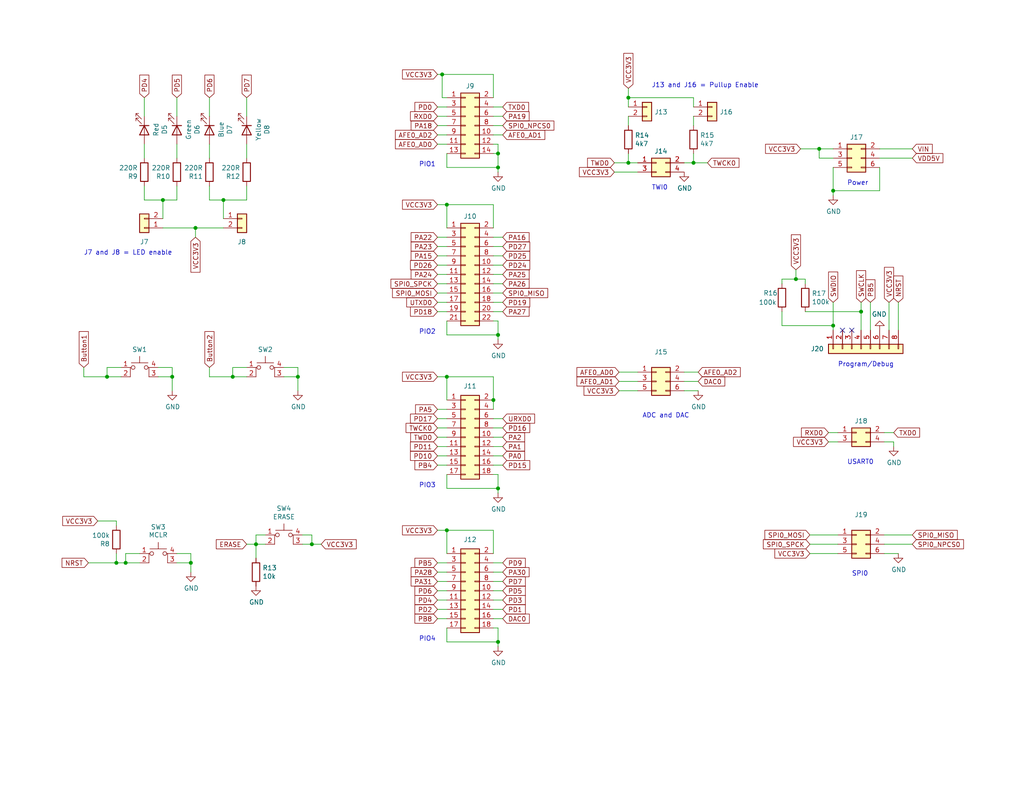
<source format=kicad_sch>
(kicad_sch (version 20211123) (generator eeschema)
  (paper "USLetter")
  (title_block (title "SAMduino") (date "2021-10-22") (rev "1.0") (company "Quantum Embedded Systems"))
  (lib_symbols
    (symbol "Connector_Generic:Conn_01x02" (pin_names (offset 1.016) hide)
      (property "Reference" "J" (at 0 2.54 0))
      (property "Value" "Conn_01x02" (at 0 -5.08 0))
      (symbol "Conn_01x02_1_1"
        (rectangle (start -1.27 -2.413) (end 0 -2.667) (stroke (width 0.1524)))
        (rectangle (start -1.27 0.127) (end 0 -0.127) (stroke (width 0.1524)))
        (rectangle (start -1.27 1.27) (end 1.27 -3.81) (stroke (width 0.254)) (fill (type background)))
        (pin passive line (at -5.08 0 0) (length 3.81) (name "Pin_1") (number "1"))
        (pin passive line (at -5.08 -2.54 0) (length 3.81) (name "Pin_2") (number "2"))
      )
    )
    (symbol "Connector_Generic:Conn_01x08" (pin_names (offset 1.016) hide)
      (property "Reference" "J" (at 0 10.16 0))
      (property "Value" "Conn_01x08" (at 0 -12.7 0))
      (symbol "Conn_01x08_1_1"
        (rectangle (start -1.27 -10.033) (end 0 -10.287) (stroke (width 0.1524)))
        (rectangle (start -1.27 -7.493) (end 0 -7.747) (stroke (width 0.1524)))
        (rectangle (start -1.27 -4.953) (end 0 -5.207) (stroke (width 0.1524)))
        (rectangle (start -1.27 -2.413) (end 0 -2.667) (stroke (width 0.1524)))
        (rectangle (start -1.27 0.127) (end 0 -0.127) (stroke (width 0.1524)))
        (rectangle (start -1.27 2.667) (end 0 2.413) (stroke (width 0.1524)))
        (rectangle (start -1.27 5.207) (end 0 4.953) (stroke (width 0.1524)))
        (rectangle (start -1.27 7.747) (end 0 7.493) (stroke (width 0.1524)))
        (rectangle (start -1.27 8.89) (end 1.27 -11.43) (stroke (width 0.254)) (fill (type background)))
        (pin passive line (at -5.08 7.62 0) (length 3.81) (name "Pin_1") (number "1"))
        (pin passive line (at -5.08 5.08 0) (length 3.81) (name "Pin_2") (number "2"))
        (pin passive line (at -5.08 2.54 0) (length 3.81) (name "Pin_3") (number "3"))
        (pin passive line (at -5.08 0 0) (length 3.81) (name "Pin_4") (number "4"))
        (pin passive line (at -5.08 -2.54 0) (length 3.81) (name "Pin_5") (number "5"))
        (pin passive line (at -5.08 -5.08 0) (length 3.81) (name "Pin_6") (number "6"))
        (pin passive line (at -5.08 -7.62 0) (length 3.81) (name "Pin_7") (number "7"))
        (pin passive line (at -5.08 -10.16 0) (length 3.81) (name "Pin_8") (number "8"))
      )
    )
    (symbol "Connector_Generic:Conn_02x02_Odd_Even" (pin_names (offset 1.016) hide)
      (property "Reference" "J" (at 1.27 2.54 0))
      (property "Value" "Conn_02x02_Odd_Even" (at 1.27 -5.08 0))
      (symbol "Conn_02x02_Odd_Even_1_1"
        (rectangle (start -1.27 -2.413) (end 0 -2.667) (stroke (width 0.1524)))
        (rectangle (start -1.27 0.127) (end 0 -0.127) (stroke (width 0.1524)))
        (rectangle (start -1.27 1.27) (end 3.81 -3.81) (stroke (width 0.254)) (fill (type background)))
        (rectangle (start 3.81 -2.413) (end 2.54 -2.667) (stroke (width 0.1524)))
        (rectangle (start 3.81 0.127) (end 2.54 -0.127) (stroke (width 0.1524)))
        (pin passive line (at -5.08 0 0) (length 3.81) (name "Pin_1") (number "1"))
        (pin passive line (at 7.62 0 180) (length 3.81) (name "Pin_2") (number "2"))
        (pin passive line (at -5.08 -2.54 0) (length 3.81) (name "Pin_3") (number "3"))
        (pin passive line (at 7.62 -2.54 180) (length 3.81) (name "Pin_4") (number "4"))
      )
    )
    (symbol "Connector_Generic:Conn_02x03_Odd_Even" (pin_names (offset 1.016) hide)
      (property "Reference" "J" (at 1.27 5.08 0))
      (property "Value" "Conn_02x03_Odd_Even" (at 1.27 -5.08 0))
      (symbol "Conn_02x03_Odd_Even_1_1"
        (rectangle (start -1.27 -2.413) (end 0 -2.667) (stroke (width 0.1524)))
        (rectangle (start -1.27 0.127) (end 0 -0.127) (stroke (width 0.1524)))
        (rectangle (start -1.27 2.667) (end 0 2.413) (stroke (width 0.1524)))
        (rectangle (start -1.27 3.81) (end 3.81 -3.81) (stroke (width 0.254)) (fill (type background)))
        (rectangle (start 3.81 -2.413) (end 2.54 -2.667) (stroke (width 0.1524)))
        (rectangle (start 3.81 0.127) (end 2.54 -0.127) (stroke (width 0.1524)))
        (rectangle (start 3.81 2.667) (end 2.54 2.413) (stroke (width 0.1524)))
        (pin passive line (at -5.08 2.54 0) (length 3.81) (name "Pin_1") (number "1"))
        (pin passive line (at 7.62 2.54 180) (length 3.81) (name "Pin_2") (number "2"))
        (pin passive line (at -5.08 0 0) (length 3.81) (name "Pin_3") (number "3"))
        (pin passive line (at 7.62 0 180) (length 3.81) (name "Pin_4") (number "4"))
        (pin passive line (at -5.08 -2.54 0) (length 3.81) (name "Pin_5") (number "5"))
        (pin passive line (at 7.62 -2.54 180) (length 3.81) (name "Pin_6") (number "6"))
      )
    )
    (symbol "Connector_Generic:Conn_02x07_Odd_Even" (pin_names (offset 1.016) hide)
      (property "Reference" "J" (at 1.27 10.16 0))
      (property "Value" "Conn_02x07_Odd_Even" (at 1.27 -10.16 0))
      (symbol "Conn_02x07_Odd_Even_1_1"
        (rectangle (start -1.27 -7.493) (end 0 -7.747) (stroke (width 0.1524)))
        (rectangle (start -1.27 -4.953) (end 0 -5.207) (stroke (width 0.1524)))
        (rectangle (start -1.27 -2.413) (end 0 -2.667) (stroke (width 0.1524)))
        (rectangle (start -1.27 0.127) (end 0 -0.127) (stroke (width 0.1524)))
        (rectangle (start -1.27 2.667) (end 0 2.413) (stroke (width 0.1524)))
        (rectangle (start -1.27 5.207) (end 0 4.953) (stroke (width 0.1524)))
        (rectangle (start -1.27 7.747) (end 0 7.493) (stroke (width 0.1524)))
        (rectangle (start -1.27 8.89) (end 3.81 -8.89) (stroke (width 0.254)) (fill (type background)))
        (rectangle (start 3.81 -7.493) (end 2.54 -7.747) (stroke (width 0.1524)))
        (rectangle (start 3.81 -4.953) (end 2.54 -5.207) (stroke (width 0.1524)))
        (rectangle (start 3.81 -2.413) (end 2.54 -2.667) (stroke (width 0.1524)))
        (rectangle (start 3.81 0.127) (end 2.54 -0.127) (stroke (width 0.1524)))
        (rectangle (start 3.81 2.667) (end 2.54 2.413) (stroke (width 0.1524)))
        (rectangle (start 3.81 5.207) (end 2.54 4.953) (stroke (width 0.1524)))
        (rectangle (start 3.81 7.747) (end 2.54 7.493) (stroke (width 0.1524)))
        (pin passive line (at -5.08 7.62 0) (length 3.81) (name "Pin_1") (number "1"))
        (pin passive line (at 7.62 -2.54 180) (length 3.81) (name "Pin_10") (number "10"))
        (pin passive line (at -5.08 -5.08 0) (length 3.81) (name "Pin_11") (number "11"))
        (pin passive line (at 7.62 -5.08 180) (length 3.81) (name "Pin_12") (number "12"))
        (pin passive line (at -5.08 -7.62 0) (length 3.81) (name "Pin_13") (number "13"))
        (pin passive line (at 7.62 -7.62 180) (length 3.81) (name "Pin_14") (number "14"))
        (pin passive line (at 7.62 7.62 180) (length 3.81) (name "Pin_2") (number "2"))
        (pin passive line (at -5.08 5.08 0) (length 3.81) (name "Pin_3") (number "3"))
        (pin passive line (at 7.62 5.08 180) (length 3.81) (name "Pin_4") (number "4"))
        (pin passive line (at -5.08 2.54 0) (length 3.81) (name "Pin_5") (number "5"))
        (pin passive line (at 7.62 2.54 180) (length 3.81) (name "Pin_6") (number "6"))
        (pin passive line (at -5.08 0 0) (length 3.81) (name "Pin_7") (number "7"))
        (pin passive line (at 7.62 0 180) (length 3.81) (name "Pin_8") (number "8"))
        (pin passive line (at -5.08 -2.54 0) (length 3.81) (name "Pin_9") (number "9"))
      )
    )
    (symbol "Connector_Generic:Conn_02x09_Odd_Even" (pin_names (offset 1.016) hide)
      (property "Reference" "J" (at 1.27 12.7 0))
      (property "Value" "Conn_02x09_Odd_Even" (at 1.27 -12.7 0))
      (symbol "Conn_02x09_Odd_Even_1_1"
        (rectangle (start -1.27 -10.033) (end 0 -10.287) (stroke (width 0.1524)))
        (rectangle (start -1.27 -7.493) (end 0 -7.747) (stroke (width 0.1524)))
        (rectangle (start -1.27 -4.953) (end 0 -5.207) (stroke (width 0.1524)))
        (rectangle (start -1.27 -2.413) (end 0 -2.667) (stroke (width 0.1524)))
        (rectangle (start -1.27 0.127) (end 0 -0.127) (stroke (width 0.1524)))
        (rectangle (start -1.27 2.667) (end 0 2.413) (stroke (width 0.1524)))
        (rectangle (start -1.27 5.207) (end 0 4.953) (stroke (width 0.1524)))
        (rectangle (start -1.27 7.747) (end 0 7.493) (stroke (width 0.1524)))
        (rectangle (start -1.27 10.287) (end 0 10.033) (stroke (width 0.1524)))
        (rectangle (start -1.27 11.43) (end 3.81 -11.43) (stroke (width 0.254)) (fill (type background)))
        (rectangle (start 3.81 -10.033) (end 2.54 -10.287) (stroke (width 0.1524)))
        (rectangle (start 3.81 -7.493) (end 2.54 -7.747) (stroke (width 0.1524)))
        (rectangle (start 3.81 -4.953) (end 2.54 -5.207) (stroke (width 0.1524)))
        (rectangle (start 3.81 -2.413) (end 2.54 -2.667) (stroke (width 0.1524)))
        (rectangle (start 3.81 0.127) (end 2.54 -0.127) (stroke (width 0.1524)))
        (rectangle (start 3.81 2.667) (end 2.54 2.413) (stroke (width 0.1524)))
        (rectangle (start 3.81 5.207) (end 2.54 4.953) (stroke (width 0.1524)))
        (rectangle (start 3.81 7.747) (end 2.54 7.493) (stroke (width 0.1524)))
        (rectangle (start 3.81 10.287) (end 2.54 10.033) (stroke (width 0.1524)))
        (pin passive line (at -5.08 10.16 0) (length 3.81) (name "Pin_1") (number "1"))
        (pin passive line (at 7.62 0 180) (length 3.81) (name "Pin_10") (number "10"))
        (pin passive line (at -5.08 -2.54 0) (length 3.81) (name "Pin_11") (number "11"))
        (pin passive line (at 7.62 -2.54 180) (length 3.81) (name "Pin_12") (number "12"))
        (pin passive line (at -5.08 -5.08 0) (length 3.81) (name "Pin_13") (number "13"))
        (pin passive line (at 7.62 -5.08 180) (length 3.81) (name "Pin_14") (number "14"))
        (pin passive line (at -5.08 -7.62 0) (length 3.81) (name "Pin_15") (number "15"))
        (pin passive line (at 7.62 -7.62 180) (length 3.81) (name "Pin_16") (number "16"))
        (pin passive line (at -5.08 -10.16 0) (length 3.81) (name "Pin_17") (number "17"))
        (pin passive line (at 7.62 -10.16 180) (length 3.81) (name "Pin_18") (number "18"))
        (pin passive line (at 7.62 10.16 180) (length 3.81) (name "Pin_2") (number "2"))
        (pin passive line (at -5.08 7.62 0) (length 3.81) (name "Pin_3") (number "3"))
        (pin passive line (at 7.62 7.62 180) (length 3.81) (name "Pin_4") (number "4"))
        (pin passive line (at -5.08 5.08 0) (length 3.81) (name "Pin_5") (number "5"))
        (pin passive line (at 7.62 5.08 180) (length 3.81) (name "Pin_6") (number "6"))
        (pin passive line (at -5.08 2.54 0) (length 3.81) (name "Pin_7") (number "7"))
        (pin passive line (at 7.62 2.54 180) (length 3.81) (name "Pin_8") (number "8"))
        (pin passive line (at -5.08 0 0) (length 3.81) (name "Pin_9") (number "9"))
      )
    )
    (symbol "Connector_Generic:Conn_02x11_Odd_Even" (pin_names (offset 1.016) hide)
      (property "Reference" "J" (at 1.27 15.24 0))
      (property "Value" "Conn_02x11_Odd_Even" (at 1.27 -15.24 0))
      (symbol "Conn_02x11_Odd_Even_1_1"
        (rectangle (start -1.27 -12.573) (end 0 -12.827) (stroke (width 0.1524)))
        (rectangle (start -1.27 -10.033) (end 0 -10.287) (stroke (width 0.1524)))
        (rectangle (start -1.27 -7.493) (end 0 -7.747) (stroke (width 0.1524)))
        (rectangle (start -1.27 -4.953) (end 0 -5.207) (stroke (width 0.1524)))
        (rectangle (start -1.27 -2.413) (end 0 -2.667) (stroke (width 0.1524)))
        (rectangle (start -1.27 0.127) (end 0 -0.127) (stroke (width 0.1524)))
        (rectangle (start -1.27 2.667) (end 0 2.413) (stroke (width 0.1524)))
        (rectangle (start -1.27 5.207) (end 0 4.953) (stroke (width 0.1524)))
        (rectangle (start -1.27 7.747) (end 0 7.493) (stroke (width 0.1524)))
        (rectangle (start -1.27 10.287) (end 0 10.033) (stroke (width 0.1524)))
        (rectangle (start -1.27 12.827) (end 0 12.573) (stroke (width 0.1524)))
        (rectangle (start -1.27 13.97) (end 3.81 -13.97) (stroke (width 0.254)) (fill (type background)))
        (rectangle (start 3.81 -12.573) (end 2.54 -12.827) (stroke (width 0.1524)))
        (rectangle (start 3.81 -10.033) (end 2.54 -10.287) (stroke (width 0.1524)))
        (rectangle (start 3.81 -7.493) (end 2.54 -7.747) (stroke (width 0.1524)))
        (rectangle (start 3.81 -4.953) (end 2.54 -5.207) (stroke (width 0.1524)))
        (rectangle (start 3.81 -2.413) (end 2.54 -2.667) (stroke (width 0.1524)))
        (rectangle (start 3.81 0.127) (end 2.54 -0.127) (stroke (width 0.1524)))
        (rectangle (start 3.81 2.667) (end 2.54 2.413) (stroke (width 0.1524)))
        (rectangle (start 3.81 5.207) (end 2.54 4.953) (stroke (width 0.1524)))
        (rectangle (start 3.81 7.747) (end 2.54 7.493) (stroke (width 0.1524)))
        (rectangle (start 3.81 10.287) (end 2.54 10.033) (stroke (width 0.1524)))
        (rectangle (start 3.81 12.827) (end 2.54 12.573) (stroke (width 0.1524)))
        (pin passive line (at -5.08 12.7 0) (length 3.81) (name "Pin_1") (number "1"))
        (pin passive line (at 7.62 2.54 180) (length 3.81) (name "Pin_10") (number "10"))
        (pin passive line (at -5.08 0 0) (length 3.81) (name "Pin_11") (number "11"))
        (pin passive line (at 7.62 0 180) (length 3.81) (name "Pin_12") (number "12"))
        (pin passive line (at -5.08 -2.54 0) (length 3.81) (name "Pin_13") (number "13"))
        (pin passive line (at 7.62 -2.54 180) (length 3.81) (name "Pin_14") (number "14"))
        (pin passive line (at -5.08 -5.08 0) (length 3.81) (name "Pin_15") (number "15"))
        (pin passive line (at 7.62 -5.08 180) (length 3.81) (name "Pin_16") (number "16"))
        (pin passive line (at -5.08 -7.62 0) (length 3.81) (name "Pin_17") (number "17"))
        (pin passive line (at 7.62 -7.62 180) (length 3.81) (name "Pin_18") (number "18"))
        (pin passive line (at -5.08 -10.16 0) (length 3.81) (name "Pin_19") (number "19"))
        (pin passive line (at 7.62 12.7 180) (length 3.81) (name "Pin_2") (number "2"))
        (pin passive line (at 7.62 -10.16 180) (length 3.81) (name "Pin_20") (number "20"))
        (pin passive line (at -5.08 -12.7 0) (length 3.81) (name "Pin_21") (number "21"))
        (pin passive line (at 7.62 -12.7 180) (length 3.81) (name "Pin_22") (number "22"))
        (pin passive line (at -5.08 10.16 0) (length 3.81) (name "Pin_3") (number "3"))
        (pin passive line (at 7.62 10.16 180) (length 3.81) (name "Pin_4") (number "4"))
        (pin passive line (at -5.08 7.62 0) (length 3.81) (name "Pin_5") (number "5"))
        (pin passive line (at 7.62 7.62 180) (length 3.81) (name "Pin_6") (number "6"))
        (pin passive line (at -5.08 5.08 0) (length 3.81) (name "Pin_7") (number "7"))
        (pin passive line (at 7.62 5.08 180) (length 3.81) (name "Pin_8") (number "8"))
        (pin passive line (at -5.08 2.54 0) (length 3.81) (name "Pin_9") (number "9"))
      )
    )
    (symbol "Device:LED" (pin_numbers hide) (pin_names (offset 1.016) hide)
      (property "Reference" "D" (at 0 2.54 0))
      (property "Value" "LED" (at 0 -2.54 0))
      (symbol "LED_0_1"
        (polyline (pts (xy -1.27 -1.27) (xy -1.27 1.27)) (stroke (width 0.254)))
        (polyline (pts (xy -1.27 0) (xy 1.27 0)))
        (polyline (pts (xy 1.27 -1.27) (xy 1.27 1.27) (xy -1.27 0) (xy 1.27 -1.27)) (stroke (width 0.254)))
        (polyline (pts (xy -3.048 -0.762) (xy -4.572 -2.286) (xy -3.81 -2.286) (xy -4.572 -2.286) (xy -4.572 -1.524)))
        (polyline (pts (xy -1.778 -0.762) (xy -3.302 -2.286) (xy -2.54 -2.286) (xy -3.302 -2.286) (xy -3.302 -1.524)))
      )
      (symbol "LED_1_1"
        (pin passive line (at -3.81 0 0) (length 2.54) (name "K") (number "1"))
        (pin passive line (at 3.81 0 180) (length 2.54) (name "A") (number "2"))
      )
    )
    (symbol "Device:R" (pin_numbers hide) (pin_names (offset 0))
      (property "Reference" "R" (at 2.032 0 90))
      (property "Value" "R" (at 0 0 90))
      (symbol "R_0_1"
        (rectangle (start -1.016 -2.54) (end 1.016 2.54) (stroke (width 0.254)))
      )
      (symbol "R_1_1"
        (pin passive line (at 0 3.81 270) (length 1.27) (name "~") (number "1"))
        (pin passive line (at 0 -3.81 90) (length 1.27) (name "~") (number "2"))
      )
    )
    (symbol "Switch:SW_MEC_5E" (pin_names (offset 1.016) hide)
      (property "Reference" "SW" (at 0.635 5.715 0))
      (property "Value" "SW_MEC_5E" (at 0 -3.175 0))
      (symbol "SW_MEC_5E_0_1"
        (circle (center -1.778 2.54) (radius 0.508))
        (polyline (pts (xy -2.286 3.81) (xy 2.286 3.81)))
        (polyline (pts (xy 0 3.81) (xy 0 5.588)))
        (polyline (pts (xy -2.54 0) (xy -2.54 2.54) (xy -2.286 2.54)))
        (polyline (pts (xy 2.54 0) (xy 2.54 2.54) (xy 2.286 2.54)))
        (circle (center 1.778 2.54) (radius 0.508))
        (pin passive line (at -5.08 2.54 0) (length 2.54) (name "1") (number "1"))
        (pin passive line (at -5.08 0 0) (length 2.54) (name "2") (number "2"))
        (pin passive line (at 5.08 0 180) (length 2.54) (name "K") (number "3"))
        (pin passive line (at 5.08 2.54 180) (length 2.54) (name "A") (number "4"))
      )
    )
    (symbol "power:GND" (power) (pin_names (offset 0))
      (property "Value" "GND" (at 0 -3.81 0))
      (symbol "GND_0_1"
        (polyline (pts (xy 0 0) (xy 0 -1.27) (xy 1.27 -1.27) (xy 0 -2.54) (xy -1.27 -1.27) (xy 0 -1.27)))
      )
      (symbol "GND_1_1"
        (pin power_in line (at 0 0 270) (length 0) hide (name "GND") (number "1"))
      )
    )
  )
  (junction (at 217.17 76.2))
  (junction (at 44.45 54.61))
  (junction (at 85.09 148.59))
  (junction (at 189.23 44.45))
  (junction (at 134.62 109.22))
  (junction (at 81.28 102.87))
  (junction (at 135.89 41.91))
  (junction (at 52.07 153.67))
  (junction (at 171.45 44.45))
  (junction (at 31.75 153.67))
  (junction (at 121.92 55.88))
  (junction (at 227.33 88.9))
  (junction (at 46.99 102.87))
  (junction (at 135.89 91.44))
  (junction (at 135.89 133.35))
  (junction (at 121.92 144.78))
  (junction (at 120.65 20.32))
  (junction (at 171.45 26.67))
  (junction (at 135.89 45.72))
  (junction (at 227.33 52.07))
  (junction (at 121.92 102.87))
  (junction (at 29.21 102.87))
  (junction (at 135.89 175.26))
  (junction (at 53.34 62.23))
  (junction (at 60.96 54.61))
  (junction (at 63.5 102.87))
  (junction (at 34.29 153.67))
  (junction (at 234.95 85.09))
  (junction (at 69.85 148.59))
  (junction (at 223.52 40.64))
  (no_connect (at 232.41 90.17))
  (no_connect (at 229.87 90.17))
  (wire (pts (xy 189.23 41.91) (xy 189.23 44.45)))
  (wire (pts (xy 135.89 91.44) (xy 135.89 92.71)))
  (wire (pts (xy 48.26 151.13) (xy 52.07 151.13)))
  (wire (pts (xy 119.38 85.09) (xy 121.92 85.09)))
  (wire (pts (xy 119.38 124.46) (xy 121.92 124.46)))
  (wire (pts (xy 186.69 44.45) (xy 189.23 44.45)))
  (wire (pts (xy 29.21 102.87) (xy 33.02 102.87)))
  (wire (pts (xy 81.28 102.87) (xy 81.28 106.68)))
  (wire (pts (xy 31.75 153.67) (xy 34.29 153.67)))
  (wire (pts (xy 135.89 129.54) (xy 135.89 133.35)))
  (wire (pts (xy 120.65 26.67) (xy 120.65 20.32)))
  (wire (pts (xy 72.39 146.05) (xy 69.85 146.05)))
  (wire (pts (xy 57.15 31.75) (xy 57.15 26.67)))
  (wire (pts (xy 119.38 163.83) (xy 121.92 163.83)))
  (wire (pts (xy 134.62 87.63) (xy 135.89 87.63)))
  (wire (pts (xy 29.21 100.33) (xy 29.21 102.87)))
  (wire (pts (xy 137.16 114.3) (xy 134.62 114.3)))
  (wire (pts (xy 39.37 54.61) (xy 44.45 54.61)))
  (wire (pts (xy 243.84 121.92) (xy 243.84 120.65)))
  (wire (pts (xy 241.3 151.13) (xy 245.11 151.13)))
  (wire (pts (xy 168.91 106.68) (xy 173.99 106.68)))
  (wire (pts (xy 39.37 50.8) (xy 39.37 54.61)))
  (wire (pts (xy 31.75 151.13) (xy 31.75 153.67)))
  (wire (pts (xy 52.07 153.67) (xy 52.07 156.21)))
  (wire (pts (xy 134.62 166.37) (xy 137.16 166.37)))
  (wire (pts (xy 135.89 133.35) (xy 135.89 134.62)))
  (wire (pts (xy 38.1 151.13) (xy 34.29 151.13)))
  (wire (pts (xy 22.86 102.87) (xy 22.86 100.33)))
  (wire (pts (xy 171.45 41.91) (xy 171.45 44.45)))
  (wire (pts (xy 173.99 104.14) (xy 168.91 104.14)))
  (wire (pts (xy 53.34 62.23) (xy 60.96 62.23)))
  (wire (pts (xy 186.69 104.14) (xy 190.5 104.14)))
  (wire (pts (xy 168.91 101.6) (xy 173.99 101.6)))
  (wire (pts (xy 77.47 102.87) (xy 81.28 102.87)))
  (wire (pts (xy 121.92 45.72) (xy 135.89 45.72)))
  (wire (pts (xy 240.03 45.72) (xy 240.03 52.07)))
  (wire (pts (xy 134.62 72.39) (xy 137.16 72.39)))
  (wire (pts (xy 119.38 31.75) (xy 121.92 31.75)))
  (wire (pts (xy 219.71 77.47) (xy 219.71 76.2)))
  (wire (pts (xy 241.3 118.11) (xy 243.84 118.11)))
  (wire (pts (xy 119.38 29.21) (xy 121.92 29.21)))
  (wire (pts (xy 69.85 148.59) (xy 72.39 148.59)))
  (wire (pts (xy 53.34 64.77) (xy 53.34 62.23)))
  (wire (pts (xy 81.28 100.33) (xy 81.28 102.87)))
  (wire (pts (xy 227.33 88.9) (xy 227.33 82.55)))
  (wire (pts (xy 134.62 156.21) (xy 137.16 156.21)))
  (wire (pts (xy 67.31 31.75) (xy 67.31 26.67)))
  (wire (pts (xy 134.62 67.31) (xy 137.16 67.31)))
  (wire (pts (xy 220.98 146.05) (xy 228.6 146.05)))
  (wire (pts (xy 137.16 121.92) (xy 134.62 121.92)))
  (wire (pts (xy 243.84 120.65) (xy 241.3 120.65)))
  (wire (pts (xy 46.99 100.33) (xy 46.99 102.87)))
  (wire (pts (xy 34.29 153.67) (xy 38.1 153.67)))
  (wire (pts (xy 134.62 80.01) (xy 137.16 80.01)))
  (wire (pts (xy 134.62 69.85) (xy 137.16 69.85)))
  (wire (pts (xy 119.38 166.37) (xy 121.92 166.37)))
  (wire (pts (xy 134.62 158.75) (xy 137.16 158.75)))
  (wire (pts (xy 134.62 77.47) (xy 137.16 77.47)))
  (wire (pts (xy 227.33 90.17) (xy 227.33 88.9)))
  (wire (pts (xy 134.62 85.09) (xy 137.16 85.09)))
  (wire (pts (xy 57.15 102.87) (xy 57.15 100.33)))
  (wire (pts (xy 39.37 31.75) (xy 39.37 26.67)))
  (wire (pts (xy 134.62 102.87) (xy 121.92 102.87)))
  (wire (pts (xy 186.69 101.6) (xy 190.5 101.6)))
  (wire (pts (xy 22.86 102.87) (xy 29.21 102.87)))
  (wire (pts (xy 82.55 148.59) (xy 85.09 148.59)))
  (wire (pts (xy 240.03 52.07) (xy 227.33 52.07)))
  (wire (pts (xy 173.99 46.99) (xy 167.64 46.99)))
  (wire (pts (xy 85.09 146.05) (xy 85.09 148.59)))
  (wire (pts (xy 248.92 148.59) (xy 241.3 148.59)))
  (wire (pts (xy 121.92 151.13) (xy 121.92 144.78)))
  (wire (pts (xy 213.36 88.9) (xy 227.33 88.9)))
  (wire (pts (xy 134.62 39.37) (xy 135.89 39.37)))
  (wire (pts (xy 31.75 142.24) (xy 31.75 143.51)))
  (wire (pts (xy 171.45 29.21) (xy 171.45 26.67)))
  (wire (pts (xy 137.16 124.46) (xy 134.62 124.46)))
  (wire (pts (xy 213.36 77.47) (xy 213.36 76.2)))
  (wire (pts (xy 134.62 111.76) (xy 134.62 109.22)))
  (wire (pts (xy 134.62 29.21) (xy 137.16 29.21)))
  (wire (pts (xy 171.45 44.45) (xy 167.64 44.45)))
  (wire (pts (xy 227.33 45.72) (xy 227.33 52.07)))
  (wire (pts (xy 189.23 44.45) (xy 193.04 44.45)))
  (wire (pts (xy 121.92 41.91) (xy 121.92 45.72)))
  (wire (pts (xy 134.62 41.91) (xy 135.89 41.91)))
  (wire (pts (xy 137.16 127) (xy 134.62 127)))
  (wire (pts (xy 119.38 69.85) (xy 121.92 69.85)))
  (wire (pts (xy 48.26 39.37) (xy 48.26 43.18)))
  (wire (pts (xy 135.89 45.72) (xy 135.89 46.99)))
  (wire (pts (xy 119.38 168.91) (xy 121.92 168.91)))
  (wire (pts (xy 248.92 43.18) (xy 240.03 43.18)))
  (wire (pts (xy 119.38 36.83) (xy 121.92 36.83)))
  (wire (pts (xy 173.99 44.45) (xy 171.45 44.45)))
  (wire (pts (xy 67.31 102.87) (xy 63.5 102.87)))
  (wire (pts (xy 121.92 62.23) (xy 121.92 55.88)))
  (wire (pts (xy 134.62 144.78) (xy 121.92 144.78)))
  (wire (pts (xy 121.92 102.87) (xy 119.38 102.87)))
  (wire (pts (xy 67.31 148.59) (xy 69.85 148.59)))
  (wire (pts (xy 57.15 54.61) (xy 60.96 54.61)))
  (wire (pts (xy 57.15 39.37) (xy 57.15 43.18)))
  (wire (pts (xy 134.62 129.54) (xy 135.89 129.54)))
  (wire (pts (xy 219.71 85.09) (xy 234.95 85.09)))
  (wire (pts (xy 119.38 82.55) (xy 121.92 82.55)))
  (wire (pts (xy 135.89 39.37) (xy 135.89 41.91)))
  (wire (pts (xy 218.44 40.64) (xy 223.52 40.64)))
  (wire (pts (xy 82.55 146.05) (xy 85.09 146.05)))
  (wire (pts (xy 119.38 80.01) (xy 121.92 80.01)))
  (wire (pts (xy 60.96 54.61) (xy 67.31 54.61)))
  (wire (pts (xy 223.52 40.64) (xy 227.33 40.64)))
  (wire (pts (xy 134.62 74.93) (xy 137.16 74.93)))
  (wire (pts (xy 134.62 34.29) (xy 137.16 34.29)))
  (wire (pts (xy 26.67 142.24) (xy 31.75 142.24)))
  (wire (pts (xy 119.38 116.84) (xy 121.92 116.84)))
  (wire (pts (xy 189.23 26.67) (xy 171.45 26.67)))
  (wire (pts (xy 63.5 102.87) (xy 57.15 102.87)))
  (wire (pts (xy 134.62 153.67) (xy 137.16 153.67)))
  (wire (pts (xy 219.71 76.2) (xy 217.17 76.2)))
  (wire (pts (xy 134.62 163.83) (xy 137.16 163.83)))
  (wire (pts (xy 234.95 82.55) (xy 234.95 85.09)))
  (wire (pts (xy 134.62 82.55) (xy 137.16 82.55)))
  (wire (pts (xy 237.49 82.55) (xy 237.49 90.17)))
  (wire (pts (xy 134.62 26.67) (xy 134.62 20.32)))
  (wire (pts (xy 119.38 64.77) (xy 121.92 64.77)))
  (wire (pts (xy 119.38 127) (xy 121.92 127)))
  (wire (pts (xy 213.36 85.09) (xy 213.36 88.9)))
  (wire (pts (xy 137.16 116.84) (xy 134.62 116.84)))
  (wire (pts (xy 135.89 41.91) (xy 135.89 45.72)))
  (wire (pts (xy 120.65 20.32) (xy 119.38 20.32)))
  (wire (pts (xy 134.62 161.29) (xy 137.16 161.29)))
  (wire (pts (xy 119.38 39.37) (xy 121.92 39.37)))
  (wire (pts (xy 227.33 43.18) (xy 223.52 43.18)))
  (wire (pts (xy 67.31 54.61) (xy 67.31 50.8)))
  (wire (pts (xy 77.47 100.33) (xy 81.28 100.33)))
  (wire (pts (xy 119.38 111.76) (xy 121.92 111.76)))
  (wire (pts (xy 135.89 175.26) (xy 135.89 176.53)))
  (wire (pts (xy 46.99 102.87) (xy 46.99 106.68)))
  (wire (pts (xy 57.15 50.8) (xy 57.15 54.61)))
  (wire (pts (xy 226.06 118.11) (xy 228.6 118.11)))
  (wire (pts (xy 69.85 152.4) (xy 69.85 148.59)))
  (wire (pts (xy 171.45 34.29) (xy 171.45 31.75)))
  (wire (pts (xy 119.38 114.3) (xy 121.92 114.3)))
  (wire (pts (xy 52.07 151.13) (xy 52.07 153.67)))
  (wire (pts (xy 119.38 153.67) (xy 121.92 153.67)))
  (wire (pts (xy 248.92 40.64) (xy 240.03 40.64)))
  (wire (pts (xy 248.92 146.05) (xy 241.3 146.05)))
  (wire (pts (xy 119.38 121.92) (xy 121.92 121.92)))
  (wire (pts (xy 135.89 171.45) (xy 134.62 171.45)))
  (wire (pts (xy 217.17 76.2) (xy 217.17 73.66)))
  (wire (pts (xy 119.38 77.47) (xy 121.92 77.47)))
  (wire (pts (xy 44.45 62.23) (xy 53.34 62.23)))
  (wire (pts (xy 134.62 31.75) (xy 137.16 31.75)))
  (wire (pts (xy 63.5 100.33) (xy 63.5 102.87)))
  (wire (pts (xy 121.92 87.63) (xy 121.92 91.44)))
  (wire (pts (xy 189.23 31.75) (xy 189.23 34.29)))
  (wire (pts (xy 39.37 39.37) (xy 39.37 43.18)))
  (wire (pts (xy 121.92 26.67) (xy 120.65 26.67)))
  (wire (pts (xy 44.45 59.69) (xy 44.45 54.61)))
  (wire (pts (xy 119.38 67.31) (xy 121.92 67.31)))
  (wire (pts (xy 33.02 100.33) (xy 29.21 100.33)))
  (wire (pts (xy 121.92 171.45) (xy 121.92 175.26)))
  (wire (pts (xy 119.38 158.75) (xy 121.92 158.75)))
  (wire (pts (xy 134.62 168.91) (xy 137.16 168.91)))
  (wire (pts (xy 220.98 148.59) (xy 228.6 148.59)))
  (wire (pts (xy 189.23 29.21) (xy 189.23 26.67)))
  (wire (pts (xy 134.62 64.77) (xy 137.16 64.77)))
  (wire (pts (xy 119.38 34.29) (xy 121.92 34.29)))
  (wire (pts (xy 134.62 20.32) (xy 120.65 20.32)))
  (wire (pts (xy 121.92 133.35) (xy 135.89 133.35)))
  (wire (pts (xy 213.36 76.2) (xy 217.17 76.2)))
  (wire (pts (xy 121.92 55.88) (xy 119.38 55.88)))
  (wire (pts (xy 134.62 109.22) (xy 134.62 102.87)))
  (wire (pts (xy 171.45 26.67) (xy 171.45 24.13)))
  (wire (pts (xy 43.18 100.33) (xy 46.99 100.33)))
  (wire (pts (xy 135.89 87.63) (xy 135.89 91.44)))
  (wire (pts (xy 43.18 102.87) (xy 46.99 102.87)))
  (wire (pts (xy 48.26 31.75) (xy 48.26 26.67)))
  (wire (pts (xy 67.31 39.37) (xy 67.31 43.18)))
  (wire (pts (xy 44.45 54.61) (xy 48.26 54.61)))
  (wire (pts (xy 85.09 148.59) (xy 87.63 148.59)))
  (wire (pts (xy 119.38 72.39) (xy 121.92 72.39)))
  (wire (pts (xy 134.62 151.13) (xy 134.62 144.78)))
  (wire (pts (xy 119.38 119.38) (xy 121.92 119.38)))
  (wire (pts (xy 121.92 109.22) (xy 121.92 102.87)))
  (wire (pts (xy 119.38 74.93) (xy 121.92 74.93)))
  (wire (pts (xy 228.6 120.65) (xy 226.06 120.65)))
  (wire (pts (xy 34.29 151.13) (xy 34.29 153.67)))
  (wire (pts (xy 60.96 59.69) (xy 60.96 54.61)))
  (wire (pts (xy 119.38 161.29) (xy 121.92 161.29)))
  (wire (pts (xy 121.92 175.26) (xy 135.89 175.26)))
  (wire (pts (xy 48.26 153.67) (xy 52.07 153.67)))
  (wire (pts (xy 220.98 151.13) (xy 228.6 151.13)))
  (wire (pts (xy 242.57 90.17) (xy 242.57 82.55)))
  (wire (pts (xy 24.13 153.67) (xy 31.75 153.67)))
  (wire (pts (xy 137.16 119.38) (xy 134.62 119.38)))
  (wire (pts (xy 186.69 106.68) (xy 190.5 106.68)))
  (wire (pts (xy 121.92 144.78) (xy 119.38 144.78)))
  (wire (pts (xy 223.52 43.18) (xy 223.52 40.64)))
  (wire (pts (xy 134.62 36.83) (xy 137.16 36.83)))
  (wire (pts (xy 121.92 91.44) (xy 135.89 91.44)))
  (wire (pts (xy 245.11 90.17) (xy 245.11 82.55)))
  (wire (pts (xy 135.89 171.45) (xy 135.89 175.26)))
  (wire (pts (xy 134.62 62.23) (xy 134.62 55.88)))
  (wire (pts (xy 67.31 100.33) (xy 63.5 100.33)))
  (wire (pts (xy 69.85 146.05) (xy 69.85 148.59)))
  (wire (pts (xy 227.33 52.07) (xy 227.33 53.34)))
  (wire (pts (xy 121.92 129.54) (xy 121.92 133.35)))
  (wire (pts (xy 234.95 85.09) (xy 234.95 90.17)))
  (wire (pts (xy 119.38 156.21) (xy 121.92 156.21)))
  (wire (pts (xy 48.26 50.8) (xy 48.26 54.61)))
  (wire (pts (xy 134.62 55.88) (xy 121.92 55.88)))
  (text "J7 and J8 = LED enable" (at 22.86 69.85 0) (effects (font (size 1.27 1.27)) (justify left bottom)))
  (text "SPI0" (at 232.41 157.48 0) (effects (font (size 1.27 1.27)) (justify left bottom)))
  (text "PIO1" (at 114.3 45.72 0) (effects (font (size 1.27 1.27)) (justify left bottom)))
  (text "TWI0" (at 177.8 52.07 0) (effects (font (size 1.27 1.27)) (justify left bottom)))
  (text "PIO2" (at 114.3 91.44 0) (effects (font (size 1.27 1.27)) (justify left bottom)))
  (text "PIO3" (at 114.3 133.35 0) (effects (font (size 1.27 1.27)) (justify left bottom)))
  (text "Power" (at 231.14 50.8 0) (effects (font (size 1.27 1.27)) (justify left bottom)))
  (text "ADC and DAC" (at 175.26 114.3 0) (effects (font (size 1.27 1.27)) (justify left bottom)))
  (text "PIO4" (at 114.3 175.26 0) (effects (font (size 1.27 1.27)) (justify left bottom)))
  (text "USART0" (at 231.14 127 0) (effects (font (size 1.27 1.27)) (justify left bottom)))
  (text "Program/Debug" (at 228.6 100.33 0) (effects (font (size 1.27 1.27)) (justify left bottom)))
  (text "J13 and J16 = Pullup Enable" (at 177.8 24.13 0) (effects (font (size 1.27 1.27)) (justify left bottom)))
  (global_label "VCC3V3" (shape input) (at 87.63 148.59 0) (property "Intersheet References" "${INTERSHEET_REFS}" (effects hide)))
  (global_label "RXD0" (shape input) (at 119.38 31.75 180) (property "Intersheet References" "${INTERSHEET_REFS}" (effects hide)))
  (global_label "VCC3V3" (shape input) (at 217.17 73.66 90) (property "Intersheet References" "${INTERSHEET_REFS}" (effects hide)))
  (global_label "SPI0_SPCK" (shape input) (at 119.38 77.47 180) (property "Intersheet References" "${INTERSHEET_REFS}" (effects hide)))
  (global_label "VCC3V3" (shape input) (at 242.57 82.55 90) (property "Intersheet References" "${INTERSHEET_REFS}" (effects hide)))
  (global_label "SPI0_MOSI" (shape input) (at 119.38 80.01 180) (property "Intersheet References" "${INTERSHEET_REFS}" (effects hide)))
  (global_label "AFE0_AD0" (shape input) (at 168.91 101.6 180) (property "Intersheet References" "${INTERSHEET_REFS}" (effects hide)))
  (global_label "TXD0" (shape input) (at 243.84 118.11 0) (property "Intersheet References" "${INTERSHEET_REFS}" (effects hide)))
  (global_label "PD25" (shape input) (at 137.16 69.85 0) (property "Intersheet References" "${INTERSHEET_REFS}" (effects hide)))
  (global_label "AFE0_AD2" (shape input) (at 190.5 101.6 0) (property "Intersheet References" "${INTERSHEET_REFS}" (effects hide)))
  (global_label "PB4" (shape input) (at 119.38 127 180) (property "Intersheet References" "${INTERSHEET_REFS}" (effects hide)))
  (global_label "VCC3V3" (shape input) (at 53.34 64.77 270) (property "Intersheet References" "${INTERSHEET_REFS}" (effects hide)))
  (global_label "SPI0_NPCS0" (shape input) (at 248.92 148.59 0) (property "Intersheet References" "${INTERSHEET_REFS}" (effects hide)))
  (global_label "PA26" (shape input) (at 137.16 77.47 0) (property "Intersheet References" "${INTERSHEET_REFS}" (effects hide)))
  (global_label "VCC3V3" (shape input) (at 167.64 46.99 180) (property "Intersheet References" "${INTERSHEET_REFS}" (effects hide)))
  (global_label "PD16" (shape input) (at 137.16 116.84 0) (property "Intersheet References" "${INTERSHEET_REFS}" (effects hide)))
  (global_label "VCC3V3" (shape input) (at 119.38 144.78 180) (property "Intersheet References" "${INTERSHEET_REFS}" (effects hide)))
  (global_label "PA5" (shape input) (at 119.38 111.76 180) (property "Intersheet References" "${INTERSHEET_REFS}" (effects hide)))
  (global_label "AFE0_AD1" (shape input) (at 137.16 36.83 0) (property "Intersheet References" "${INTERSHEET_REFS}" (effects hide)))
  (global_label "ERASE" (shape input) (at 67.31 148.59 180) (property "Intersheet References" "${INTERSHEET_REFS}" (effects hide)))
  (global_label "PA2" (shape input) (at 137.16 119.38 0) (property "Intersheet References" "${INTERSHEET_REFS}" (effects hide)))
  (global_label "TWD0" (shape input) (at 167.64 44.45 180) (property "Intersheet References" "${INTERSHEET_REFS}" (effects hide)))
  (global_label "PD7" (shape input) (at 137.16 158.75 0) (property "Intersheet References" "${INTERSHEET_REFS}" (effects hide)))
  (global_label "PD1" (shape input) (at 137.16 166.37 0) (property "Intersheet References" "${INTERSHEET_REFS}" (effects hide)))
  (global_label "VCC3V3" (shape input) (at 119.38 102.87 180) (property "Intersheet References" "${INTERSHEET_REFS}" (effects hide)))
  (global_label "PA1" (shape input) (at 137.16 121.92 0) (property "Intersheet References" "${INTERSHEET_REFS}" (effects hide)))
  (global_label "URXD0" (shape input) (at 137.16 114.3 0) (property "Intersheet References" "${INTERSHEET_REFS}" (effects hide)))
  (global_label "PD0" (shape input) (at 119.38 29.21 180) (property "Intersheet References" "${INTERSHEET_REFS}" (effects hide)))
  (global_label "VCC3V3" (shape input) (at 220.98 151.13 180) (property "Intersheet References" "${INTERSHEET_REFS}" (effects hide)))
  (global_label "DAC0" (shape input) (at 190.5 104.14 0) (property "Intersheet References" "${INTERSHEET_REFS}" (effects hide)))
  (global_label "PD5" (shape input) (at 48.26 26.67 90) (property "Intersheet References" "${INTERSHEET_REFS}" (effects hide)))
  (global_label "PD6" (shape input) (at 57.15 26.67 90) (property "Intersheet References" "${INTERSHEET_REFS}" (effects hide)))
  (global_label "PD5" (shape input) (at 137.16 161.29 0) (property "Intersheet References" "${INTERSHEET_REFS}" (effects hide)))
  (global_label "SPI0_SPCK" (shape input) (at 220.98 148.59 180) (property "Intersheet References" "${INTERSHEET_REFS}" (effects hide)))
  (global_label "PD4" (shape input) (at 39.37 26.67 90) (property "Intersheet References" "${INTERSHEET_REFS}" (effects hide)))
  (global_label "PA28" (shape input) (at 119.38 156.21 180) (property "Intersheet References" "${INTERSHEET_REFS}" (effects hide)))
  (global_label "PD17" (shape input) (at 119.38 114.3 180) (property "Intersheet References" "${INTERSHEET_REFS}" (effects hide)))
  (global_label "PA19" (shape input) (at 137.16 31.75 0) (property "Intersheet References" "${INTERSHEET_REFS}" (effects hide)))
  (global_label "SPI0_MISO" (shape input) (at 137.16 80.01 0) (property "Intersheet References" "${INTERSHEET_REFS}" (effects hide)))
  (global_label "VCC3V3" (shape input) (at 226.06 120.65 180) (property "Intersheet References" "${INTERSHEET_REFS}" (effects hide)))
  (global_label "TWD0" (shape input) (at 119.38 119.38 180) (property "Intersheet References" "${INTERSHEET_REFS}" (effects hide)))
  (global_label "PD4" (shape input) (at 119.38 163.83 180) (property "Intersheet References" "${INTERSHEET_REFS}" (effects hide)))
  (global_label "VCC3V3" (shape input) (at 119.38 20.32 180) (property "Intersheet References" "${INTERSHEET_REFS}" (effects hide)))
  (global_label "DAC0" (shape input) (at 137.16 168.91 0) (property "Intersheet References" "${INTERSHEET_REFS}" (effects hide)))
  (global_label "SPI0_MISO" (shape input) (at 248.92 146.05 0) (property "Intersheet References" "${INTERSHEET_REFS}" (effects hide)))
  (global_label "PA22" (shape input) (at 119.38 64.77 180) (property "Intersheet References" "${INTERSHEET_REFS}" (effects hide)))
  (global_label "VCC3V3" (shape input) (at 171.45 24.13 90) (property "Intersheet References" "${INTERSHEET_REFS}" (effects hide)))
  (global_label "PA31" (shape input) (at 119.38 158.75 180) (property "Intersheet References" "${INTERSHEET_REFS}" (effects hide)))
  (global_label "PD6" (shape input) (at 119.38 161.29 180) (property "Intersheet References" "${INTERSHEET_REFS}" (effects hide)))
  (global_label "NRST" (shape input) (at 245.11 82.55 90) (property "Intersheet References" "${INTERSHEET_REFS}" (effects hide)))
  (global_label "Button1" (shape input) (at 22.86 100.33 90) (property "Intersheet References" "${INTERSHEET_REFS}" (effects hide)))
  (global_label "UTXD0" (shape input) (at 119.38 82.55 180) (property "Intersheet References" "${INTERSHEET_REFS}" (effects hide)))
  (global_label "VDD5V" (shape input) (at 248.92 43.18 0) (property "Intersheet References" "${INTERSHEET_REFS}" (effects hide)))
  (global_label "PD18" (shape input) (at 119.38 85.09 180) (property "Intersheet References" "${INTERSHEET_REFS}" (effects hide)))
  (global_label "SWCLK" (shape input) (at 234.95 82.55 90) (property "Intersheet References" "${INTERSHEET_REFS}" (effects hide)))
  (global_label "SWDIO" (shape input) (at 227.33 82.55 90) (property "Intersheet References" "${INTERSHEET_REFS}" (effects hide)))
  (global_label "NRST" (shape input) (at 24.13 153.67 180) (property "Intersheet References" "${INTERSHEET_REFS}" (effects hide)))
  (global_label "VIN" (shape input) (at 248.92 40.64 0) (property "Intersheet References" "${INTERSHEET_REFS}" (effects hide)))
  (global_label "VCC3V3" (shape input) (at 119.38 55.88 180) (property "Intersheet References" "${INTERSHEET_REFS}" (effects hide)))
  (global_label "PD15" (shape input) (at 137.16 127 0) (property "Intersheet References" "${INTERSHEET_REFS}" (effects hide)))
  (global_label "PD7" (shape input) (at 67.31 26.67 90) (property "Intersheet References" "${INTERSHEET_REFS}" (effects hide)))
  (global_label "PD10" (shape input) (at 119.38 124.46 180) (property "Intersheet References" "${INTERSHEET_REFS}" (effects hide)))
  (global_label "PA23" (shape input) (at 119.38 67.31 180) (property "Intersheet References" "${INTERSHEET_REFS}" (effects hide)))
  (global_label "VCC3V3" (shape input) (at 168.91 106.68 180) (property "Intersheet References" "${INTERSHEET_REFS}" (effects hide)))
  (global_label "PB5" (shape input) (at 119.38 153.67 180) (property "Intersheet References" "${INTERSHEET_REFS}" (effects hide)))
  (global_label "PD19" (shape input) (at 137.16 82.55 0) (property "Intersheet References" "${INTERSHEET_REFS}" (effects hide)))
  (global_label "TWCK0" (shape input) (at 119.38 116.84 180) (property "Intersheet References" "${INTERSHEET_REFS}" (effects hide)))
  (global_label "PD3" (shape input) (at 137.16 163.83 0) (property "Intersheet References" "${INTERSHEET_REFS}" (effects hide)))
  (global_label "PB5" (shape input) (at 237.49 82.55 90) (property "Intersheet References" "${INTERSHEET_REFS}" (effects hide)))
  (global_label "PA25" (shape input) (at 137.16 74.93 0) (property "Intersheet References" "${INTERSHEET_REFS}" (effects hide)))
  (global_label "PD11" (shape input) (at 119.38 121.92 180) (property "Intersheet References" "${INTERSHEET_REFS}" (effects hide)))
  (global_label "PA18" (shape input) (at 119.38 34.29 180) (property "Intersheet References" "${INTERSHEET_REFS}" (effects hide)))
  (global_label "PD27" (shape input) (at 137.16 67.31 0) (property "Intersheet References" "${INTERSHEET_REFS}" (effects hide)))
  (global_label "Button2" (shape input) (at 57.15 100.33 90) (property "Intersheet References" "${INTERSHEET_REFS}" (effects hide)))
  (global_label "PA24" (shape input) (at 119.38 74.93 180) (property "Intersheet References" "${INTERSHEET_REFS}" (effects hide)))
  (global_label "PA0" (shape input) (at 137.16 124.46 0) (property "Intersheet References" "${INTERSHEET_REFS}" (effects hide)))
  (global_label "PD2" (shape input) (at 119.38 166.37 180) (property "Intersheet References" "${INTERSHEET_REFS}" (effects hide)))
  (global_label "PD24" (shape input) (at 137.16 72.39 0) (property "Intersheet References" "${INTERSHEET_REFS}" (effects hide)))
  (global_label "RXD0" (shape input) (at 226.06 118.11 180) (property "Intersheet References" "${INTERSHEET_REFS}" (effects hide)))
  (global_label "PA30" (shape input) (at 137.16 156.21 0) (property "Intersheet References" "${INTERSHEET_REFS}" (effects hide)))
  (global_label "AFE0_AD1" (shape input) (at 168.91 104.14 180) (property "Intersheet References" "${INTERSHEET_REFS}" (effects hide)))
  (global_label "TXD0" (shape input) (at 137.16 29.21 0) (property "Intersheet References" "${INTERSHEET_REFS}" (effects hide)))
  (global_label "AFE0_AD2" (shape input) (at 119.38 36.83 180) (property "Intersheet References" "${INTERSHEET_REFS}" (effects hide)))
  (global_label "SPI0_NPCS0" (shape input) (at 137.16 34.29 0) (property "Intersheet References" "${INTERSHEET_REFS}" (effects hide)))
  (global_label "PA16" (shape input) (at 137.16 64.77 0) (property "Intersheet References" "${INTERSHEET_REFS}" (effects hide)))
  (global_label "PD9" (shape input) (at 137.16 153.67 0) (property "Intersheet References" "${INTERSHEET_REFS}" (effects hide)))
  (global_label "PD26" (shape input) (at 119.38 72.39 180) (property "Intersheet References" "${INTERSHEET_REFS}" (effects hide)))
  (global_label "TWCK0" (shape input) (at 193.04 44.45 0) (property "Intersheet References" "${INTERSHEET_REFS}" (effects hide)))
  (global_label "VCC3V3" (shape input) (at 26.67 142.24 180) (property "Intersheet References" "${INTERSHEET_REFS}" (effects hide)))
  (global_label "PA15" (shape input) (at 119.38 69.85 180) (property "Intersheet References" "${INTERSHEET_REFS}" (effects hide)))
  (global_label "VCC3V3" (shape input) (at 218.44 40.64 180) (property "Intersheet References" "${INTERSHEET_REFS}" (effects hide)))
  (global_label "PB8" (shape input) (at 119.38 168.91 180) (property "Intersheet References" "${INTERSHEET_REFS}" (effects hide)))
  (global_label "AFE0_AD0" (shape input) (at 119.38 39.37 180) (property "Intersheet References" "${INTERSHEET_REFS}" (effects hide)))
  (global_label "PA27" (shape input) (at 137.16 85.09 0) (property "Intersheet References" "${INTERSHEET_REFS}" (effects hide)))
  (global_label "SPI0_MOSI" (shape input) (at 220.98 146.05 180) (property "Intersheet References" "${INTERSHEET_REFS}" (effects hide)))
  (symbol (lib_id "power:GND") (at 81.28 106.68 0) (unit 1)
    (property "Reference" "#PWR041" (effects hide))
    (property "Value" "GND" (at 81.407 111.0742 0))
  )
  (symbol (lib_id "power:GND") (at 46.99 106.68 0) (unit 1)
    (property "Reference" "#PWR039" (effects hide))
    (property "Value" "GND" (at 47.117 111.0742 0))
  )
  (symbol (lib_id "Device:R") (at 213.36 81.28 0) (unit 1)
    (property "Reference" "R16" (at 208.28 80.01 0) (effects (justify left)))
    (property "Value" "100k" (at 207.01 82.55 0) (effects (justify left)))
    (property "Footprint" "Resistor_SMD:R_0603_1608Metric" (effects hide))
  )
  (symbol (lib_id "Device:R") (at 219.71 81.28 0) (unit 1)
    (property "Reference" "R17" (at 221.488 80.1116 0) (effects (justify left)))
    (property "Value" "100k" (at 221.488 82.423 0) (effects (justify left)))
    (property "Footprint" "Resistor_SMD:R_0603_1608Metric" (effects hide))
  )
  (symbol (lib_id "power:GND") (at 52.07 156.21 0) (unit 1)
    (property "Reference" "#PWR040" (effects hide))
    (property "Value" "GND" (at 52.197 160.6042 0))
  )
  (symbol (lib_id "power:GND") (at 240.03 90.17 180) (unit 1)
    (property "Reference" "#PWR050" (effects hide))
    (property "Value" "GND" (at 239.903 85.7758 0))
  )
  (symbol (lib_id "Connector_Generic:Conn_02x03_Odd_Even") (at 179.07 104.14 0) (unit 1)
    (property "Reference" "J15" (at 180.34 96.0882 0))
    (property "Value" "Conn_02x03_Odd_Even" (effects hide))
    (property "Footprint" "Connector_PinHeader_2.54mm:PinHeader_2x03_P2.54mm_Vertical" (effects hide))
  )
  (symbol (lib_id "Connector_Generic:Conn_02x03_Odd_Even") (at 233.68 148.59 0) (unit 1)
    (property "Reference" "J19" (at 234.95 140.5382 0))
    (property "Value" "Conn_02x03_Odd_Even" (effects hide))
    (property "Footprint" "Connector_PinHeader_2.54mm:PinHeader_2x03_P2.54mm_Vertical" (effects hide))
  )
  (symbol (lib_id "power:GND") (at 69.85 160.02 0) (unit 1)
    (property "Reference" "#PWR042" (effects hide))
    (property "Value" "GND" (at 69.977 164.4142 0))
  )
  (symbol (lib_id "Device:R") (at 171.45 38.1 0) (unit 1)
    (property "Reference" "R14" (at 173.228 36.9316 0) (effects (justify left)))
    (property "Value" "4k7" (at 173.228 39.243 0) (effects (justify left)))
    (property "Footprint" "Resistor_SMD:R_0603_1608Metric" (effects hide))
  )
  (symbol (lib_id "Device:R") (at 189.23 38.1 0) (unit 1)
    (property "Reference" "R15" (at 191.008 36.9316 0) (effects (justify left)))
    (property "Value" "4k7" (at 191.008 39.243 0) (effects (justify left)))
    (property "Footprint" "Resistor_SMD:R_0603_1608Metric" (effects hide))
  )
  (symbol (lib_id "Device:LED") (at 67.31 35.56 270) (unit 1)
    (property "Reference" "D8" (at 72.8218 35.3822 0))
    (property "Value" "Yellow" (at 70.5104 35.3822 0))
    (property "Footprint" "LED_SMD:LED_0805_2012Metric" (effects hide))
  )
  (symbol (lib_id "Device:LED") (at 57.15 35.56 270) (unit 1)
    (property "Reference" "D7" (at 62.6618 35.3822 0))
    (property "Value" "Blue" (at 60.3504 35.3822 0))
    (property "Footprint" "LED_SMD:LED_0805_2012Metric" (effects hide))
  )
  (symbol (lib_id "Device:LED") (at 48.26 35.56 270) (unit 1)
    (property "Reference" "D6" (at 53.7718 35.3822 0))
    (property "Value" "Green" (at 51.4604 35.3822 0))
    (property "Footprint" "LED_SMD:LED_0805_2012Metric" (effects hide))
  )
  (symbol (lib_id "Device:LED") (at 39.37 35.56 270) (unit 1)
    (property "Reference" "D5" (at 44.8818 35.3822 0))
    (property "Value" "Red" (at 42.5704 35.3822 0))
    (property "Footprint" "LED_SMD:LED_0805_2012Metric" (effects hide))
  )
  (symbol (lib_id "Device:R") (at 67.31 46.99 180) (unit 1)
    (property "Reference" "R12" (at 65.532 48.1584 0) (effects (justify left)))
    (property "Value" "220R" (at 65.532 45.847 0) (effects (justify left)))
    (property "Footprint" "Resistor_SMD:R_0603_1608Metric" (effects hide))
  )
  (symbol (lib_id "Connector_Generic:Conn_02x02_Odd_Even") (at 179.07 44.45 0) (unit 1)
    (property "Reference" "J14" (at 180.34 41.275 0))
    (property "Value" "Conn_02x02_Odd_Even" (effects hide))
    (property "Footprint" "Connector_PinHeader_2.54mm:PinHeader_2x02_P2.54mm_Vertical" (effects hide))
  )
  (symbol (lib_id "Device:R") (at 57.15 46.99 180) (unit 1)
    (property "Reference" "R11" (at 55.372 48.1584 0) (effects (justify left)))
    (property "Value" "220R" (at 55.372 45.847 0) (effects (justify left)))
    (property "Footprint" "Resistor_SMD:R_0603_1608Metric" (effects hide))
  )
  (symbol (lib_id "Device:R") (at 48.26 46.99 180) (unit 1)
    (property "Reference" "R10" (at 46.482 48.1584 0) (effects (justify left)))
    (property "Value" "220R" (at 46.482 45.847 0) (effects (justify left)))
    (property "Footprint" "Resistor_SMD:R_0603_1608Metric" (effects hide))
  )
  (symbol (lib_id "Device:R") (at 39.37 46.99 180) (unit 1)
    (property "Reference" "R9" (at 37.592 48.1584 0) (effects (justify left)))
    (property "Value" "220R" (at 37.592 45.847 0) (effects (justify left)))
    (property "Footprint" "Resistor_SMD:R_0603_1608Metric" (effects hide))
  )
  (symbol (lib_id "Device:R") (at 31.75 147.32 180) (unit 1)
    (property "Reference" "R8" (at 29.972 148.4884 0) (effects (justify left)))
    (property "Value" "100k" (at 29.972 146.177 0) (effects (justify left)))
    (property "Footprint" "Resistor_SMD:R_0603_1608Metric" (effects hide))
  )
  (symbol (lib_id "Device:R") (at 69.85 156.21 0) (unit 1)
    (property "Reference" "R13" (at 71.628 155.0416 0) (effects (justify left)))
    (property "Value" "10k" (at 71.628 157.353 0) (effects (justify left)))
    (property "Footprint" "Resistor_SMD:R_0603_1608Metric" (effects hide))
  )
  (symbol (lib_id "Connector_Generic:Conn_01x02") (at 66.04 59.69 0) (unit 1)
    (property "Reference" "J8" (at 64.77 66.04 0) (effects (justify left)))
    (property "Value" "Conn_01x02" (effects hide))
    (property "Footprint" "Connector_PinHeader_2.54mm:PinHeader_1x02_P2.54mm_Vertical" (effects hide))
  )
  (symbol (lib_id "Connector_Generic:Conn_02x03_Odd_Even") (at 232.41 43.18 0) (unit 1)
    (property "Reference" "J17" (at 233.68 37.465 0))
    (property "Value" "Conn_02x03_Odd_Even" (effects hide))
    (property "Footprint" "Connector_PinHeader_2.54mm:PinHeader_2x03_P2.54mm_Vertical" (effects hide))
  )
  (symbol (lib_id "power:GND") (at 227.33 53.34 0) (unit 1)
    (property "Reference" "#PWR049" (effects hide))
    (property "Value" "GND" (at 227.457 57.7342 0))
  )
  (symbol (lib_id "Connector_Generic:Conn_01x08") (at 234.95 95.25 90) (mirror x) (unit 1)
    (property "Reference" "J20" (at 224.79 95.25 90) (effects (justify left)))
    (property "Value" "Conn_01x08" (effects hide))
    (property "Footprint" "Connector_PinHeader_2.54mm:PinHeader_1x08_P2.54mm_Horizontal" (effects hide))
  )
  (symbol (lib_id "Connector_Generic:Conn_01x02") (at 39.37 62.23 180) (unit 1)
    (property "Reference" "J7" (at 39.37 66.04 0))
    (property "Value" "Conn_01x02" (effects hide))
    (property "Footprint" "Connector_PinHeader_2.54mm:PinHeader_1x02_P2.54mm_Vertical" (effects hide))
  )
  (symbol (lib_id "power:GND") (at 243.84 121.92 0) (unit 1)
    (property "Reference" "#PWR051" (effects hide))
    (property "Value" "GND" (at 243.967 126.3142 0))
  )
  (symbol (lib_id "Connector_Generic:Conn_02x02_Odd_Even") (at 233.68 118.11 0) (unit 1)
    (property "Reference" "J18" (at 234.95 114.935 0))
    (property "Value" "Conn_02x02_Odd_Even" (effects hide))
    (property "Footprint" "Connector_PinHeader_2.54mm:PinHeader_2x02_P2.54mm_Vertical" (effects hide))
  )
  (symbol (lib_id "power:GND") (at 186.69 46.99 0) (unit 1)
    (property "Reference" "#PWR047" (effects hide))
    (property "Value" "GND" (at 186.817 51.3842 0))
  )
  (symbol (lib_id "power:GND") (at 190.5 106.68 0) (unit 1)
    (property "Reference" "#PWR048" (effects hide))
    (property "Value" "GND" (at 190.627 111.0742 0))
  )
  (symbol (lib_id "Switch:SW_MEC_5E") (at 77.47 148.59 0) (unit 1)
    (property "Reference" "SW4" (at 77.47 138.811 0))
    (property "Value" "ERASE" (at 77.47 141.1224 0))
    (property "Footprint" "SamacSys_Parts:PTS647SK38SMTR2LFS" (effects hide))
    (property "Datasheet" "http://www.apem.com/int/index.php?controller=attachment&id_attachment=1371" (effects hide))
  )
  (symbol (lib_id "power:GND") (at 135.89 92.71 0) (unit 1)
    (property "Reference" "#PWR044" (effects hide))
    (property "Value" "GND" (at 136.017 97.1042 0))
  )
  (symbol (lib_id "power:GND") (at 245.11 151.13 0) (unit 1)
    (property "Reference" "#PWR052" (effects hide))
    (property "Value" "GND" (at 245.237 155.5242 0))
  )
  (symbol (lib_id "Switch:SW_MEC_5E") (at 43.18 153.67 0) (unit 1)
    (property "Reference" "SW3" (at 43.18 143.891 0))
    (property "Value" "MCLR" (at 43.18 146.05 0))
    (property "Footprint" "SamacSys_Parts:PTS647SK38SMTR2LFS" (effects hide))
    (property "Datasheet" "http://www.apem.com/int/index.php?controller=attachment&id_attachment=1371" (effects hide))
  )
  (symbol (lib_id "Switch:SW_MEC_5E") (at 38.1 102.87 0) (unit 1)
    (property "Reference" "SW1" (at 38.1 95.4278 0))
    (property "Value" "SW_MEC_5E" (effects hide))
    (property "Footprint" "SamacSys_Parts:FSM16JH" (effects hide))
    (property "Datasheet" "http://www.apem.com/int/index.php?controller=attachment&id_attachment=1371" (effects hide))
  )
  (symbol (lib_id "Switch:SW_MEC_5E") (at 72.39 102.87 0) (unit 1)
    (property "Reference" "SW2" (at 72.39 95.4278 0))
    (property "Value" "SW_MEC_5E" (effects hide))
    (property "Footprint" "SamacSys_Parts:FSM16JH" (effects hide))
    (property "Datasheet" "http://www.apem.com/int/index.php?controller=attachment&id_attachment=1371" (effects hide))
  )
  (symbol (lib_id "power:GND") (at 135.89 134.62 0) (unit 1)
    (property "Reference" "#PWR045" (effects hide))
    (property "Value" "GND" (at 136.017 139.0142 0))
  )
  (symbol (lib_id "Connector_Generic:Conn_02x07_Odd_Even") (at 127 34.29 0) (unit 1)
    (property "Reference" "J9" (at 128.27 23.495 0))
    (property "Value" "Conn_02x07_Odd_Even" (effects hide))
    (property "Footprint" "Connector_PinHeader_2.54mm:PinHeader_2x07_P2.54mm_Vertical" (effects hide))
  )
  (symbol (lib_id "power:GND") (at 135.89 46.99 0) (unit 1)
    (property "Reference" "#PWR043" (effects hide))
    (property "Value" "GND" (at 136.017 51.3842 0))
  )
  (symbol (lib_id "Connector_Generic:Conn_02x11_Odd_Even") (at 127 74.93 0) (unit 1)
    (property "Reference" "J10" (at 128.27 59.055 0))
    (property "Value" "Conn_02x11_Odd_Even" (effects hide))
    (property "Footprint" "Connector_PinHeader_2.54mm:PinHeader_2x11_P2.54mm_Vertical" (effects hide))
  )
  (symbol (lib_id "power:GND") (at 135.89 176.53 0) (unit 1)
    (property "Reference" "#PWR046" (effects hide))
    (property "Value" "GND" (at 136.017 180.9242 0))
  )
  (symbol (lib_id "Connector_Generic:Conn_02x09_Odd_Even") (at 127 119.38 0) (unit 1)
    (property "Reference" "J11" (at 128.27 105.41 0))
    (property "Value" "Conn_02x09_Odd_Even" (effects hide))
    (property "Footprint" "Connector_PinHeader_2.54mm:PinHeader_2x09_P2.54mm_Vertical" (effects hide))
  )
  (symbol (lib_id "Connector_Generic:Conn_02x09_Odd_Even") (at 127 161.29 0) (unit 1)
    (property "Reference" "J12" (at 128.27 147.32 0))
    (property "Value" "Conn_02x09_Odd_Even" (effects hide))
    (property "Footprint" "Connector_PinHeader_2.54mm:PinHeader_2x09_P2.54mm_Vertical" (effects hide))
  )
  (symbol (lib_id "Connector_Generic:Conn_01x02") (at 176.53 29.21 0) (unit 1)
    (property "Reference" "J13" (at 178.562 30.5816 0) (effects (justify left)))
    (property "Value" "Conn_01x02" (effects hide))
    (property "Footprint" "Connector_PinHeader_2.54mm:PinHeader_1x02_P2.54mm_Vertical" (effects hide))
  )
  (symbol (lib_id "Connector_Generic:Conn_01x02") (at 194.31 29.21 0) (unit 1)
    (property "Reference" "J16" (at 196.342 30.5816 0) (effects (justify left)))
    (property "Value" "Conn_01x02" (effects hide))
    (property "Footprint" "Connector_PinHeader_2.54mm:PinHeader_1x02_P2.54mm_Vertical" (effects hide))
  )
)
</source>
